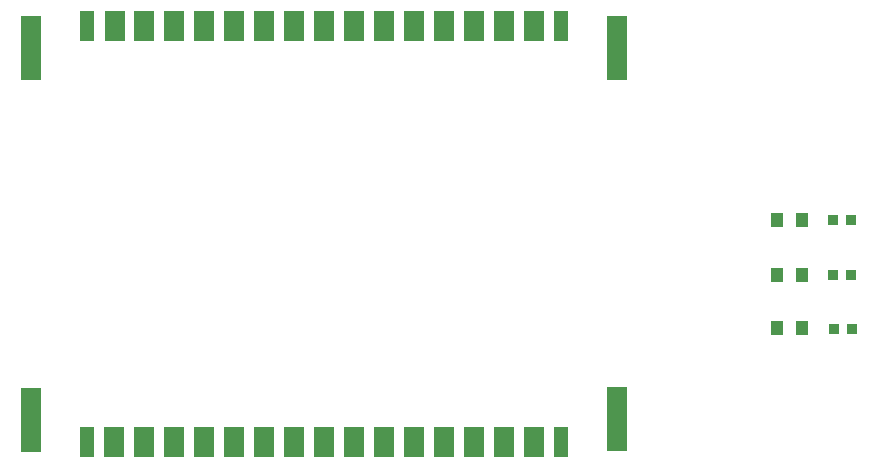
<source format=gbr>
%TF.GenerationSoftware,Altium Limited,Altium Designer,25.4.2 (15)*%
G04 Layer_Color=8421504*
%FSLAX45Y45*%
%MOMM*%
%TF.SameCoordinates,2A578F6B-C5BA-4798-A6F5-255D53479D73*%
%TF.FilePolarity,Positive*%
%TF.FileFunction,Paste,Top*%
%TF.Part,Single*%
G01*
G75*
%TA.AperFunction,SMDPad,CuDef*%
%ADD10R,0.85872X0.91213*%
%TA.AperFunction,ConnectorPad*%
%ADD11R,1.29000X2.54000*%
%ADD12R,1.78000X2.54000*%
%ADD13R,1.75000X5.50000*%
%TA.AperFunction,SMDPad,CuDef*%
%ADD14R,1.10000X1.30000*%
D10*
X7854241Y2306100D02*
D03*
X7698900D02*
D03*
X7850071Y1836200D02*
D03*
X7694729D02*
D03*
X7862771Y1379000D02*
D03*
X7707429D02*
D03*
D11*
X5397768Y3943957D02*
D03*
X1384300Y3944400D02*
D03*
Y426500D02*
D03*
X5397500D02*
D03*
D12*
X5168339Y3943421D02*
D03*
X4916452Y3944437D02*
D03*
X4661518Y3945453D02*
D03*
X4406900Y3944400D02*
D03*
X4152900D02*
D03*
X3898900D02*
D03*
X3644900D02*
D03*
X3390900D02*
D03*
X3136900D02*
D03*
X2882900D02*
D03*
X2628900D02*
D03*
X2374900Y3946940D02*
D03*
X2120900Y3944400D02*
D03*
X1866900D02*
D03*
X1615440D02*
D03*
X1612900Y426500D02*
D03*
X1866900D02*
D03*
X2120900D02*
D03*
X2374900D02*
D03*
X2628900D02*
D03*
X2882900D02*
D03*
X3136900D02*
D03*
X3390900D02*
D03*
X3644900D02*
D03*
X3898900D02*
D03*
X4152900D02*
D03*
X4406900D02*
D03*
X4660900D02*
D03*
X4914900D02*
D03*
X5168900D02*
D03*
D13*
X910500Y3758300D02*
D03*
X5873000Y3760800D02*
D03*
X910500Y613300D02*
D03*
X5873000Y615800D02*
D03*
D14*
X7432900Y2306100D02*
D03*
X7222900D02*
D03*
X7432900Y1391700D02*
D03*
X7222900D02*
D03*
X7432900Y1836200D02*
D03*
X7222900D02*
D03*
%TF.MD5,1c5c40b0c2042cf17a77f2d7d98d78b4*%
M02*

</source>
